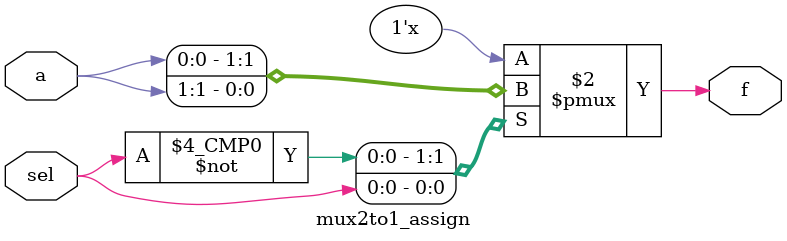
<source format=v>
`timescale 1ns/100ps

module mux2to1_assign(f ,a, sel);

	output f;
	input [1:0] a;
	input sel;

	reg f;
	always @(sel)
	 case(sel)
	  1'b0:f<=a[0];
	  1'b1:f<=a[1];
	  default:f<=a[0];
	 endcase

endmodule

</source>
